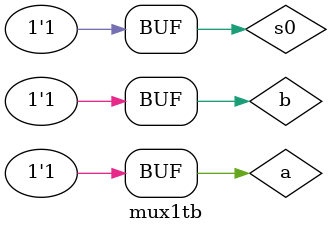
<source format=v>
`timescale 1ns / 1ps


module mux1tb;

	// Inputs
	reg a;
	reg b;
	reg s0;

	// Outputs
	wire y;

	// Instantiate the Unit Under Test (UUT)
	mux1 uut (
		.a(a), 
		.b(b), 
		.s0(s0), 
		.y(y)
	);
	initial begin
	$monitor($time,"a=%b,b=%b,s0=%b,y=%b",y,a,b,s0);
	end

	initial begin
		// Initialize Inputs
		a = 0;
		b = 0;
		s0 = 0;

		// Wait 100 ns for global reset to finish
		#100;a = 0;b = 0;s0 = 1;
		#100;a = 0;b = 1;s0 = 0;
		#100;a = 0;b = 1;s0 = 1;
		#100;a = 1;b = 0;s0 = 0;
		#100;a = 1;b = 0;s0 = 1;
		#100;a = 1;b = 1;s0 = 0;
		#100;a = 1;b = 1;s0 = 1;

        
		// Add stimulus here

	end
      
endmodule


</source>
